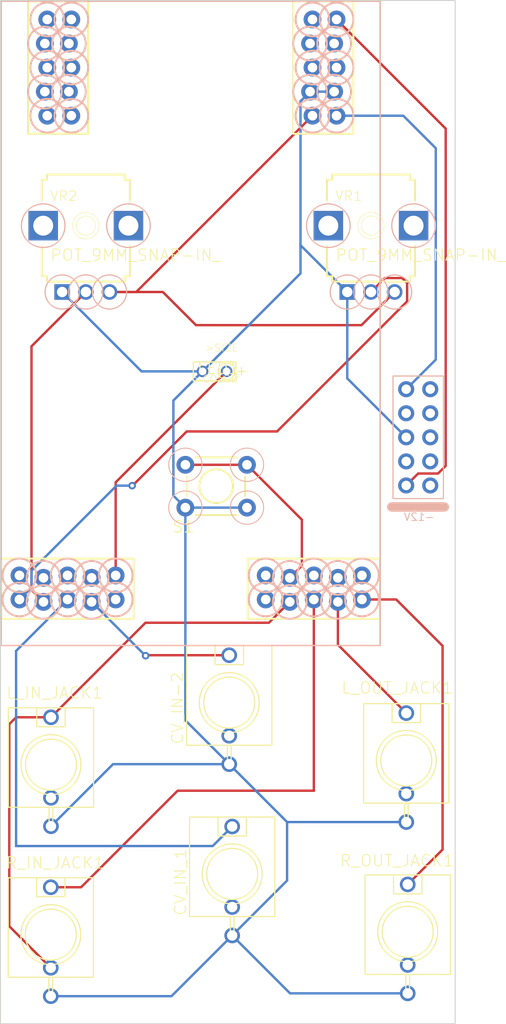
<source format=kicad_pcb>
(kicad_pcb (version 20221018) (generator pcbnew)
  (layers (0 "F.Cu" signal) (31 "B.Cu" signal) (34 "B.Paste" user) (35 "F.Paste" user) (36 "B.SilkS" user "B.Silkscreen") (37 "F.SilkS" user "F.Silkscreen") (38 "B.Mask" user) (39 "F.Mask" user) (44 "Edge.Cuts" user))
  (net 0 "")
  (net 1 "Net-(PATCH_SM1-AUDIO_IN_L)")
  (net 2 "Net-(PATCH_SM1-AUDIO_IN_R)")
  (net 3 "GND")
  (net 4 "Net-(PATCH_SM1-AUDIO_OUT_L)")
  (net 5 "Net-(PATCH_SM1-AUDIO_OUT_R)")
  (net 6 "Net-(PATCH_SM1-CV4)")
  (net 8 "Net-(PATCH_SM1-CV3)")
  (net 10 "Net-(PATCH_SM1-CV_OUT_1)")
  (net 22 "Net-(PATCH_SM1-CV1)")
  (net 24 "Net-(PATCH_SM1-CV2)")
  (net 30 "Net-(PATCH_SM1-I2C1_SCL)")
  (net 34 "-12V")
  (net 40 "+12V")
  (net 41 "Net-(PATCH_SM1-+5V)")
  (footprint "ES_Daisy_Patch_SM_FB_Rev1:LED" (layer "F.Cu") (at 22.6 39.15 180)
    (fp_text reference "LED1" (at 1.905 -0.381) (layer "F.SilkS") (effects (font (size 1.2065 1.2065) (thickness 0.12065)) (justify left bottom)))
    (fp_text value "LED")
    (fp_text user ">SIZE" (at -2.54 2.032) (layer "F.SilkS") (effects (font (size 0.77216 0.77216) (thickness 0.065024)) (justify right bottom)))
    (fp_text user ">COLOR" (at -2.54 -1.27) (layer "F.SilkS") (effects (font (size 0.77216 0.77216) (thickness 0.065024)) (justify right bottom)))
    (fp_line (start -3.210562 -0.00254) (end -2.473962 -0.00254) (stroke (width 0.127)) (layer "F.SilkS"))
    (fp_line (start -2.854962 0.403859) (end -2.854962 -0.38354) (stroke (width 0.127)) (layer "F.SilkS"))
    (fp_line (start -2.25 -1) (end 2.25 -1) (stroke (width 0.127)) (layer "F.SilkS"))
    (fp_line (start -2.25 1) (end -2.25 -1) (stroke (width 0.127)) (layer "F.SilkS"))
    (fp_line (start 2.25 -1) (end 2.25 1) (stroke (width 0.127)) (layer "F.SilkS"))
    (fp_line (start 2.25 1) (end -2.25 1) (stroke (width 0.127)) (layer "F.SilkS"))
    (fp_circle (center -1.27 0) (end -0.371975 0) (stroke (width 0.127)) (fill none) (layer "F.SilkS"))
    (pad "A" thru_hole circle (at -1.27 0 180) (size 1.2192 1.2192) (drill 0.8128) (layers "*.Cu" "*.Mask") (net 10 "Net-(PATCH_SM1-CV_OUT_1)"))
    (pad "K" thru_hole circle (at 1.27 0 180) (size 1.2192 1.2192) (drill 0.8128) (layers "*.Cu" "*.Mask") (net 3 "GND"))
  )
  (footprint "ES_Daisy_Patch_SM_FB_Rev1:S_JACK" (layer "F.Cu") (at 24.15 74.11)
    (fp_text reference "CV_IN-2" (at -4.7498 4.4704 90) (layer "F.SilkS") (effects (font (size 1.2065 1.2065) (thickness 0.09652)) (justify left bottom)))
    (fp_text value "EURO_JACK" hide)
    (fp_line (start -4.5 -6) (end -4.5 4.5) (stroke (width 0.127)) (layer "F.SilkS"))
    (fp_line (start -4.5 -6) (end -1.5 -6) (stroke (width 0.127)) (layer "F.SilkS"))
    (fp_line (start -4.5 4.5) (end 0.2 4.5) (stroke (width 0.127)) (layer "F.SilkS"))
    (fp_line (start -1.5 -6) (end -1.5 -4) (stroke (width 0.127)) (layer "F.SilkS"))
    (fp_line (start -1.5 -6) (end 1.5 -6) (stroke (width 0.127)) (layer "F.SilkS"))
    (fp_line (start -1.5 -4) (end 1.5 -4) (stroke (width 0.127)) (layer "F.SilkS"))
    (fp_line (start -0.2 4.6) (end -0.2 6.7) (stroke (width 0.127)) (layer "F.SilkS"))
    (fp_line (start -0.2 6.7) (end 0.2 6.7) (stroke (width 0.127)) (layer "F.SilkS"))
    (fp_line (start 0.2 4.5) (end 4.5 4.5) (stroke (width 0.127)) (layer "F.SilkS"))
    (fp_line (start 0.2 6.7) (end 0.2 4.5) (stroke (width 0.127)) (layer "F.SilkS"))
    (fp_line (start 1.5 -6) (end 4.5 -6) (stroke (width 0.127)) (layer "F.SilkS"))
    (fp_line (start 1.5 -4) (end 1.5 -6) (stroke (width 0.127)) (layer "F.SilkS"))
    (fp_line (start 4.5 4.5) (end 4.5 -6) (stroke (width 0.127)) (layer "F.SilkS"))
    (fp_circle (center 0 0) (end 2.690721 0) (stroke (width 0.127)) (fill none) (layer "F.SilkS"))
    (fp_circle (center 0 0) (end 3.162275 0) (stroke (width 0.127)) (fill none) (layer "F.SilkS"))
    (pad "GND" thru_hole circle (at 0 6.5) (size 1.65 1.65) (drill 1.1) (layers "*.Cu" "*.Mask") (net 3 "GND"))
    (pad "NORM" thru_hole circle (at 0 3.5) (size 1.65 1.65) (drill 1.1) (layers "*.Cu" "*.Mask"))
    (pad "TIP" thru_hole circle (at 0 -5) (size 1.65 1.65) (drill 1.1) (layers "*.Cu" "*.Mask") (net 6 "Net-(PATCH_SM1-CV4)"))
  )
  (footprint "ES_Daisy_Patch_SM_FB_Rev1:S_JACK" (layer "F.Cu") (at 42.84 80.21925)
    (fp_text reference "L_OUT_JACK1" (at -6.91 -6.94925 180) (layer "F.SilkS") (effects (font (size 1.2065 1.2065) (thickness 0.09652)) (justify left bottom)))
    (fp_text value "EURO_JACK" hide)
    (fp_line (start -4.5 -6) (end -4.5 4.5) (stroke (width 0.127)) (layer "F.SilkS"))
    (fp_line (start -4.5 -6) (end -1.5 -6) (stroke (width 0.127)) (layer "F.SilkS"))
    (fp_line (start -4.5 4.5) (end 0.2 4.5) (stroke (width 0.127)) (layer "F.SilkS"))
    (fp_line (start -1.5 -6) (end -1.5 -4) (stroke (width 0.127)) (layer "F.SilkS"))
    (fp_line (start -1.5 -6) (end 1.5 -6) (stroke (width 0.127)) (layer "F.SilkS"))
    (fp_line (start -1.5 -4) (end 1.5 -4) (stroke (width 0.127)) (layer "F.SilkS"))
    (fp_line (start -0.2 4.6) (end -0.2 6.7) (stroke (width 0.127)) (layer "F.SilkS"))
    (fp_line (start -0.2 6.7) (end 0.2 6.7) (stroke (width 0.127)) (layer "F.SilkS"))
    (fp_line (start 0.2 4.5) (end 4.5 4.5) (stroke (width 0.127)) (layer "F.SilkS"))
    (fp_line (start 0.2 6.7) (end 0.2 4.5) (stroke (width 0.127)) (layer "F.SilkS"))
    (fp_line (start 1.5 -6) (end 4.5 -6) (stroke (width 0.127)) (layer "F.SilkS"))
    (fp_line (start 1.5 -4) (end 1.5 -6) (stroke (width 0.127)) (layer "F.SilkS"))
    (fp_line (start 4.5 4.5) (end 4.5 -6) (stroke (width 0.127)) (layer "F.SilkS"))
    (fp_circle (center 0 0) (end 2.690721 0) (stroke (width 0.127)) (fill none) (layer "F.SilkS"))
    (fp_circle (center 0 0) (end 3.162275 0) (stroke (width 0.127)) (fill none) (layer "F.SilkS"))
    (pad "GND" thru_hole circle (at 0 6.5) (size 1.65 1.65) (drill 1.1) (layers "*.Cu" "*.Mask") (net 3 "GND"))
    (pad "NORM" thru_hole circle (at 0 3.5) (size 1.65 1.65) (drill 1.1) (layers "*.Cu" "*.Mask"))
    (pad "TIP" thru_hole circle (at 0 -5) (size 1.65 1.65) (drill 1.1) (layers "*.Cu" "*.Mask") (net 4 "Net-(PATCH_SM1-AUDIO_OUT_L)"))
  )
  (footprint "ES_Daisy_Patch_SM_FB_Rev1:S_JACK" (layer "F.Cu") (at 5.33 80.65925)
    (fp_text reference "L_IN_JACK1" (at -4.77 -6.86925 180) (layer "F.SilkS") (effects (font (size 1.2065 1.2065) (thickness 0.09652)) (justify left bottom)))
    (fp_text value "EURO_JACK" hide)
    (fp_line (start -4.5 -6) (end -4.5 4.5) (stroke (width 0.127)) (layer "F.SilkS"))
    (fp_line (start -4.5 -6) (end -1.5 -6) (stroke (width 0.127)) (layer "F.SilkS"))
    (fp_line (start -4.5 4.5) (end 0.2 4.5) (stroke (width 0.127)) (layer "F.SilkS"))
    (fp_line (start -1.5 -6) (end -1.5 -4) (stroke (width 0.127)) (layer "F.SilkS"))
    (fp_line (start -1.5 -6) (end 1.5 -6) (stroke (width 0.127)) (layer "F.SilkS"))
    (fp_line (start -1.5 -4) (end 1.5 -4) (stroke (width 0.127)) (layer "F.SilkS"))
    (fp_line (start -0.2 4.6) (end -0.2 6.7) (stroke (width 0.127)) (layer "F.SilkS"))
    (fp_line (start -0.2 6.7) (end 0.2 6.7) (stroke (width 0.127)) (layer "F.SilkS"))
    (fp_line (start 0.2 4.5) (end 4.5 4.5) (stroke (width 0.127)) (layer "F.SilkS"))
    (fp_line (start 0.2 6.7) (end 0.2 4.5) (stroke (width 0.127)) (layer "F.SilkS"))
    (fp_line (start 1.5 -6) (end 4.5 -6) (stroke (width 0.127)) (layer "F.SilkS"))
    (fp_line (start 1.5 -4) (end 1.5 -6) (stroke (width 0.127)) (layer "F.SilkS"))
    (fp_line (start 4.5 4.5) (end 4.5 -6) (stroke (width 0.127)) (layer "F.SilkS"))
    (fp_circle (center 0 0) (end 2.690721 0) (stroke (width 0.127)) (fill none) (layer "F.SilkS"))
    (fp_circle (center 0 0) (end 3.162275 0) (stroke (width 0.127)) (fill none) (layer "F.SilkS"))
    (pad "GND" thru_hole circle (at 0 6.5) (size 1.65 1.65) (drill 1.1) (layers "*.Cu" "*.Mask") (net 3 "GND"))
    (pad "NORM" thru_hole circle (at 0 3.5) (size 1.65 1.65) (drill 1.1) (layers "*.Cu" "*.Mask"))
    (pad "TIP" thru_hole circle (at 0 -5) (size 1.65 1.65) (drill 1.1) (layers "*.Cu" "*.Mask") (net 1 "Net-(PATCH_SM1-AUDIO_IN_L)"))
  )
  (footprint "ES_Daisy_Patch_SM_FB_Rev1:S_JACK" (layer "F.Cu") (at 42.99 98.29925)
    (fp_text reference "R_OUT_JACK1" (at -7.21 -6.79925 180) (layer "F.SilkS") (effects (font (size 1.2065 1.2065) (thickness 0.09652)) (justify left bottom)))
    (fp_text value "EURO_JACK" hide)
    (fp_line (start -4.5 -6) (end -4.5 4.5) (stroke (width 0.127)) (layer "F.SilkS"))
    (fp_line (start -4.5 -6) (end -1.5 -6) (stroke (width 0.127)) (layer "F.SilkS"))
    (fp_line (start -4.5 4.5) (end 0.2 4.5) (stroke (width 0.127)) (layer "F.SilkS"))
    (fp_line (start -1.5 -6) (end -1.5 -4) (stroke (width 0.127)) (layer "F.SilkS"))
    (fp_line (start -1.5 -6) (end 1.5 -6) (stroke (width 0.127)) (layer "F.SilkS"))
    (fp_line (start -1.5 -4) (end 1.5 -4) (stroke (width 0.127)) (layer "F.SilkS"))
    (fp_line (start -0.2 4.6) (end -0.2 6.7) (stroke (width 0.127)) (layer "F.SilkS"))
    (fp_line (start -0.2 6.7) (end 0.2 6.7) (stroke (width 0.127)) (layer "F.SilkS"))
    (fp_line (start 0.2 4.5) (end 4.5 4.5) (stroke (width 0.127)) (layer "F.SilkS"))
    (fp_line (start 0.2 6.7) (end 0.2 4.5) (stroke (width 0.127)) (layer "F.SilkS"))
    (fp_line (start 1.5 -6) (end 4.5 -6) (stroke (width 0.127)) (layer "F.SilkS"))
    (fp_line (start 1.5 -4) (end 1.5 -6) (stroke (width 0.127)) (layer "F.SilkS"))
    (fp_line (start 4.5 4.5) (end 4.5 -6) (stroke (width 0.127)) (layer "F.SilkS"))
    (fp_circle (center 0 0) (end 2.690721 0) (stroke (width 0.127)) (fill none) (layer "F.SilkS"))
    (fp_circle (center 0 0) (end 3.162275 0) (stroke (width 0.127)) (fill none) (layer "F.SilkS"))
    (pad "GND" thru_hole circle (at 0 6.5) (size 1.65 1.65) (drill 1.1) (layers "*.Cu" "*.Mask") (net 3 "GND"))
    (pad "NORM" thru_hole circle (at 0 3.5) (size 1.65 1.65) (drill 1.1) (layers "*.Cu" "*.Mask"))
    (pad "TIP" thru_hole circle (at 0 -5) (size 1.65 1.65) (drill 1.1) (layers "*.Cu" "*.Mask") (net 5 "Net-(PATCH_SM1-AUDIO_OUT_R)"))
  )
  (footprint "ES_Daisy_Patch_SM_FB_Rev1:9MM_SNAP-IN_POT_SILK" (layer "F.Cu") (at 39.11 23.77)
    (fp_text reference "VR1" (at -3.81 -2.54) (layer "F.SilkS") (effects (font (size 1.01346 1.01346) (thickness 0.081076)) (justify left bottom)))
    (fp_text value "POT_9MM_SNAP-IN_" (at -3.81 3.81) (layer "F.SilkS") (effects (font (size 1.2065 1.2065) (thickness 0.09652)) (justify left bottom)))
    (fp_circle (center -4.5 0) (end -2.2 0) (stroke (width 0.127)) (fill none) (layer "B.SilkS"))
    (fp_circle (center -2.5 7) (end -0.7 7) (stroke (width 0.127)) (fill none) (layer "B.SilkS"))
    (fp_circle (center 0 7) (end 1.8 7) (stroke (width 0.127)) (fill none) (layer "B.SilkS"))
    (fp_circle (center 2.5 7) (end 4.3 7) (stroke (width 0.127)) (fill none) (layer "B.SilkS"))
    (fp_circle (center 4.5 0) (end 6.8 0) (stroke (width 0.127)) (fill none) (layer "B.SilkS"))
    (fp_line (start -4.65 -2.65) (end -4.65 -4.85) (stroke (width 0.2032)) (layer "F.SilkS"))
    (fp_line (start -4.65 5.35) (end -4.65 2.15) (stroke (width 0.2032)) (layer "F.SilkS"))
    (fp_line (start -4.65 5.35) (end -4.1 5.35) (stroke (width 0.2032)) (layer "F.SilkS"))
    (fp_line (start -4.1 -5.4) (end -4.1 -4.85) (stroke (width 0.2032)) (layer "F.SilkS"))
    (fp_line (start -4.1 -5.4) (end 4.1 -5.4) (stroke (width 0.2032)) (layer "F.SilkS"))
    (fp_line (start -4.1 -4.85) (end -4.65 -4.85) (stroke (width 0.2032)) (layer "F.SilkS"))
    (fp_line (start -4.1 5.35) (end -4.1 5.9) (stroke (width 0.2032)) (layer "F.SilkS"))
    (fp_line (start 4.1 -4.85) (end 4.1 -5.4) (stroke (width 0.2032)) (layer "F.SilkS"))
    (fp_line (start 4.1 5.35) (end 4.65 5.35) (stroke (width 0.2032)) (layer "F.SilkS"))
    (fp_line (start 4.1 5.9) (end -4.1 5.9) (stroke (width 0.2032)) (layer "F.SilkS"))
    (fp_line (start 4.1 5.9) (end 4.1 5.35) (stroke (width 0.2032)) (layer "F.SilkS"))
    (fp_line (start 4.65 -4.85) (end 4.1 -4.85) (stroke (width 0.2032)) (layer "F.SilkS"))
    (fp_line (start 4.65 -4.85) (end 4.65 -2.65) (stroke (width 0.2032)) (layer "F.SilkS"))
    (fp_line (start 4.65 2.15) (end 4.65 5.35) (stroke (width 0.2032)) (layer "F.SilkS"))
    (fp_circle (center 0 0) (end 1.016 0) (stroke (width 0.0508)) (fill none) (layer "F.SilkS"))
    (fp_circle (center 0 0) (end 1.397 0) (stroke (width 0.0508)) (fill none) (layer "F.SilkS"))
    (pad "1" thru_hole rect (at -2.5 7 270) (size 1.65 1.65) (drill 1.1) (layers "*.Cu" "*.Mask") (net 3 "GND"))
    (pad "2" thru_hole circle (at 0 7 270) (size 1.65 1.65) (drill 1.1) (layers "*.Cu" "*.Mask") (net 22 "Net-(PATCH_SM1-CV1)"))
    (pad "3" thru_hole circle (at 2.5 7 270) (size 1.65 1.65) (drill 1.1) (layers "*.Cu" "*.Mask") (net 41 "Net-(PATCH_SM1-+5V)"))
    (pad "CHASSIS1" thru_hole rect (at -4.5 0 270) (size 3.116 3.116) (drill 2.1) (layers "*.Cu" "*.Mask"))
    (pad "CHASSIS2" thru_hole rect (at 4.5 0 270) (size 3.116 3.116) (drill 2.1) (layers "*.Cu" "*.Mask"))
  )
  (footprint "ES_Daisy_Patch_SM_FB_Rev1:TL1105SPF250Q_SILK" (layer "F.Cu") (at 22.77 51.27)
    (fp_text reference "S1" (at -2.24 4.99) (layer "F.SilkS") (effects (font (size 1.2065 1.2065) (thickness 0.12065)) (justify right bottom)))
    (fp_text value "TAC_SWITCH_PTH" hide)
    (fp_circle (center -3.2512 -2.2606) (end -1.4932 -2.2606) (stroke (width 0.1016)) (fill none) (layer "B.SilkS"))
    (fp_circle (center -3.2512 2.2606) (end -1.4932 2.2606) (stroke (width 0.1016)) (fill none) (layer "B.SilkS"))
    (fp_circle (center 3.2512 -2.2606) (end 5.0092 -2.2606) (stroke (width 0.1016)) (fill none) (layer "B.SilkS"))
    (fp_circle (center 3.2512 2.2606) (end 5.0092 2.2606) (stroke (width 0.1016)) (fill none) (layer "B.SilkS"))
    (fp_line (start -3.048 -1.028) (end -3.048 1.016) (stroke (width 0.2032)) (layer "F.SilkS"))
    (fp_line (start -2.159 3.048) (end 2.159 3.048) (stroke (width 0.2032)) (layer "F.SilkS"))
    (fp_line (start 2.159 -3.048) (end -2.159 -3.048) (stroke (width 0.2032)) (layer "F.SilkS"))
    (fp_line (start 3.048 -0.998) (end 3.048 1.016) (stroke (width 0.2032)) (layer "F.SilkS"))
    (fp_circle (center 0 0) (end 1.778 0) (stroke (width 0.2032)) (fill none) (layer "F.SilkS"))
    (pad "1" thru_hole circle (at -3.2512 -2.2606) (size 1.8796 1.8796) (drill 1.016) (layers "*.Cu" "*.Mask") (net 30 "Net-(PATCH_SM1-I2C1_SCL)"))
    (pad "2" thru_hole circle (at 3.2512 -2.2606) (size 1.8796 1.8796) (drill 1.016) (layers "*.Cu" "*.Mask") (net 30 "Net-(PATCH_SM1-I2C1_SCL)"))
    (pad "3" thru_hole circle (at -3.2512 2.2606) (size 1.8796 1.8796) (drill 1.016) (layers "*.Cu" "*.Mask") (net 3 "GND"))
    (pad "4" thru_hole circle (at 3.2512 2.2606) (size 1.8796 1.8796) (drill 1.016) (layers "*.Cu" "*.Mask") (net 3 "GND"))
  )
  (footprint "ES_Daisy_Patch_SM_FB_Rev1:S_JACK" (layer "F.Cu") (at 5.31 98.59925)
    (fp_text reference "R_IN_JACK1" (at -4.8 -6.86925 180) (layer "F.SilkS") (effects (font (size 1.2065 1.2065) (thickness 0.09652)) (justify left bottom)))
    (fp_text value "EURO_JACK" hide)
    (fp_line (start -4.5 -6) (end -4.5 4.5) (stroke (width 0.127)) (layer "F.SilkS"))
    (fp_line (start -4.5 -6) (end -1.5 -6) (stroke (width 0.127)) (layer "F.SilkS"))
    (fp_line (start -4.5 4.5) (end 0.2 4.5) (stroke (width 0.127)) (layer "F.SilkS"))
    (fp_line (start -1.5 -6) (end -1.5 -4) (stroke (width 0.127)) (layer "F.SilkS"))
    (fp_line (start -1.5 -6) (end 1.5 -6) (stroke (width 0.127)) (layer "F.SilkS"))
    (fp_line (start -1.5 -4) (end 1.5 -4) (stroke (width 0.127)) (layer "F.SilkS"))
    (fp_line (start -0.2 4.6) (end -0.2 6.7) (stroke (width 0.127)) (layer "F.SilkS"))
    (fp_line (start -0.2 6.7) (end 0.2 6.7) (stroke (width 0.127)) (layer "F.SilkS"))
    (fp_line (start 0.2 4.5) (end 4.5 4.5) (stroke (width 0.127)) (layer "F.SilkS"))
    (fp_line (start 0.2 6.7) (end 0.2 4.5) (stroke (width 0.127)) (layer "F.SilkS"))
    (fp_line (start 1.5 -6) (end 4.5 -6) (stroke (width 0.127)) (layer "F.SilkS"))
    (fp_line (start 1.5 -4) (end 1.5 -6) (stroke (width 0.127)) (layer "F.SilkS"))
    (fp_line (start 4.5 4.5) (end 4.5 -6) (stroke (width 0.127)) (layer "F.SilkS"))
    (fp_circle (center 0 0) (end 2.690721 0) (stroke (width 0.127)) (fill none) (layer "F.SilkS"))
    (fp_circle (center 0 0) (end 3.162275 0) (stroke (width 0.127)) (fill none) (layer "F.SilkS"))
    (pad "GND" thru_hole circle (at 0 6.5) (size 1.65 1.65) (drill 1.1) (layers "*.Cu" "*.Mask") (net 3 "GND"))
    (pad "NORM" thru_hole circle (at 0 3.5) (size 1.65 1.65) (drill 1.1) (layers "*.Cu" "*.Mask") (net 1 "Net-(PATCH_SM1-AUDIO_IN_L)"))
    (pad "TIP" thru_hole circle (at 0 -5) (size 1.65 1.65) (drill 1.1) (layers "*.Cu" "*.Mask") (net 2 "Net-(PATCH_SM1-AUDIO_IN_R)"))
  )
  (footprint "ES_Daisy_Patch_SM_FB_Rev1:9MM_SNAP-IN_POT_SILK" (layer "F.Cu") (at 9.01 23.77)
    (fp_text reference "VR2" (at -3.81 -2.54) (layer "F.SilkS") (effects (font (size 1.01346 1.01346) (thickness 0.081076)) (justify left bottom)))
    (fp_text value "POT_9MM_SNAP-IN_" (at -3.81 3.81) (layer "F.SilkS") (effects (font (size 1.2065 1.2065) (thickness 0.09652)) (justify left bottom)))
    (fp_circle (center -4.5 0) (end -2.2 0) (stroke (width 0.127)) (fill none) (layer "B.SilkS"))
    (fp_circle (center -2.5 7) (end -0.7 7) (stroke (width 0.127)) (fill none) (layer "B.SilkS"))
    (fp_circle (center 0 7) (end 1.8 7) (stroke (width 0.127)) (fill none) (layer "B.SilkS"))
    (fp_circle (center 2.5 7) (end 4.3 7) (stroke (width 0.127)) (fill none) (layer "B.SilkS"))
    (fp_circle (center 4.5 0) (end 6.8 0) (stroke (width 0.127)) (fill none) (layer "B.SilkS"))
    (fp_line (start -4.65 -2.65) (end -4.65 -4.85) (stroke (width 0.2032)) (layer "F.SilkS"))
    (fp_line (start -4.65 5.35) (end -4.65 2.15) (stroke (width 0.2032)) (layer "F.SilkS"))
    (fp_line (start -4.65 5.35) (end -4.1 5.35) (stroke (width 0.2032)) (layer "F.SilkS"))
    (fp_line (start -4.1 -5.4) (end -4.1 -4.85) (stroke (width 0.2032)) (layer "F.SilkS"))
    (fp_line (start -4.1 -5.4) (end 4.1 -5.4) (stroke (width 0.2032)) (layer "F.SilkS"))
    (fp_line (start -4.1 -4.85) (end -4.65 -4.85) (stroke (width 0.2032)) (layer "F.SilkS"))
    (fp_line (start -4.1 5.35) (end -4.1 5.9) (stroke (width 0.2032)) (layer "F.SilkS"))
    (fp_line (start 4.1 -4.85) (end 4.1 -5.4) (stroke (width 0.2032)) (layer "F.SilkS"))
    (fp_line (start 4.1 5.35) (end 4.65 5.35) (stroke (width 0.2032)) (layer "F.SilkS"))
    (fp_line (start 4.1 5.9) (end -4.1 5.9) (stroke (width 0.2032)) (layer "F.SilkS"))
    (fp_line (start 4.1 5.9) (end 4.1 5.35) (stroke (width 0.2032)) (layer "F.SilkS"))
    (fp_line (start 4.65 -4.85) (end 4.1 -4.85) (stroke (width 0.2032)) (layer "F.SilkS"))
    (fp_line (start 4.65 -4.85) (end 4.65 -2.65) (stroke (width 0.2032)) (layer "F.SilkS"))
    (fp_line (start 4.65 2.15) (end 4.65 5.35) (stroke (width 0.2032)) (layer "F.SilkS"))
    (fp_circle (center 0 0) (end 1.016 0) (stroke (width 0.0508)) (fill none) (layer "F.SilkS"))
    (fp_circle (center 0 0) (end 1.397 0) (stroke (width 0.0508)) (fill none) (layer "F.SilkS"))
    (pad "1" thru_hole rect (at -2.5 7 270) (size 1.65 1.65) (drill 1.1) (layers "*.Cu" "*.Mask") (net 3 "GND"))
    (pad "2" thru_hole circle (at 0 7 270) (size 1.65 1.65) (drill 1.1) (layers "*.Cu" "*.Mask") (net 24 "Net-(PATCH_SM1-CV2)"))
    (pad "3" thru_hole circle (at 2.5 7 270) (size 1.65 1.65) (drill 1.1) (layers "*.Cu" "*.Mask") (net 41 "Net-(PATCH_SM1-+5V)"))
    (pad "CHASSIS1" thru_hole rect (at -4.5 0 270) (size 3.116 3.116) (drill 2.1) (layers "*.Cu" "*.Mask"))
    (pad "CHASSIS2" thru_hole rect (at 4.5 0 270) (size 3.116 3.116) (drill 2.1) (layers "*.Cu" "*.Mask"))
  )
  (footprint "ES_Daisy_Patch_SM_FB_Rev1:S_JACK" (layer "F.Cu") (at 24.46 92.19)
    (fp_text reference "CV_IN_1" (at -4.7498 4.4704 90) (layer "F.SilkS") (effects (font (size 1.2065 1.2065) (thickness 0.09652)) (justify left bottom)))
    (fp_text value "EURO_JACK" hide)
    (fp_line (start -4.5 -6) (end -4.5 4.5) (stroke (width 0.127)) (layer "F.SilkS"))
    (fp_line (start -4.5 -6) (end -1.5 -6) (stroke (width 0.127)) (layer "F.SilkS"))
    (fp_line (start -4.5 4.5) (end 0.2 4.5) (stroke (width 0.127)) (layer "F.SilkS"))
    (fp_line (start -1.5 -6) (end -1.5 -4) (stroke (width 0.127)) (layer "F.SilkS"))
    (fp_line (start -1.5 -6) (end 1.5 -6) (stroke (width 0.127)) (layer "F.SilkS"))
    (fp_line (start -1.5 -4) (end 1.5 -4) (stroke (width 0.127)) (layer "F.SilkS"))
    (fp_line (start -0.2 4.6) (end -0.2 6.7) (stroke (width 0.127)) (layer "F.SilkS"))
    (fp_line (start -0.2 6.7) (end 0.2 6.7) (stroke (width 0.127)) (layer "F.SilkS"))
    (fp_line (start 0.2 4.5) (end 4.5 4.5) (stroke (width 0.127)) (layer "F.SilkS"))
    (fp_line (start 0.2 6.7) (end 0.2 4.5) (stroke (width 0.127)) (layer "F.SilkS"))
    (fp_line (start 1.5 -6) (end 4.5 -6) (stroke (width 0.127)) (layer "F.SilkS"))
    (fp_line (start 1.5 -4) (end 1.5 -6) (stroke (width 0.127)) (layer "F.SilkS"))
    (fp_line (start 4.5 4.5) (end 4.5 -6) (stroke (width 0.127)) (layer "F.SilkS"))
    (fp_circle (center 0 0) (end 2.690721 0) (stroke (width 0.127)) (fill none) (layer "F.SilkS"))
    (fp_circle (center 0 0) (end 3.162275 0) (stroke (width 0.127)) (fill none) (layer "F.SilkS"))
    (pad "GND" thru_hole circle (at 0 6.5) (size 1.65 1.65) (drill 1.1) (layers "*.Cu" "*.Mask") (net 3 "GND"))
    (pad "NORM" thru_hole circle (at 0 3.5) (size 1.65 1.65) (drill 1.1) (layers "*.Cu" "*.Mask"))
    (pad "TIP" thru_hole circle (at 0 -5) (size 1.65 1.65) (drill 1.1) (layers "*.Cu" "*.Mask") (net 8 "Net-(PATCH_SM1-CV3)"))
  )
  (footprint "PCM_4ms_Connector:Pins_2x05_2.54mm_TH_Europower" (layer "B.Cu") (at 44.1 46.11 180)
    (fp_text reference "PWR1" hide)
    (fp_text value "Eurorack_Power_10pin_Unshrouded" hide)
    (fp_text user "-12V" (at -0.09 -8.41) (layer "B.SilkS") (effects (font (size 0.8 0.8) (thickness 0.1)) (justify mirror)))
    (fp_line (start -2.75 -7.35) (end 2.79 -7.35) (stroke (width 1)) (layer "B.SilkS"))
    (fp_line (start -2.66 -6.47) (end 2.66 -6.47) (stroke (width 0.12)) (layer "B.SilkS"))
    (fp_line (start -2.66 6.47) (end -2.66 -6.47) (stroke (width 0.12)) (layer "B.SilkS"))
    (fp_line (start 2.66 -6.47) (end 2.66 6.47) (stroke (width 0.12)) (layer "B.SilkS"))
    (fp_line (start 2.66 6.47) (end -2.66 6.47) (stroke (width 0.12)) (layer "B.SilkS"))
    (pad "1" thru_hole oval (at -1.27 5.08 180) (size 1.7 1.7) (drill 1) (layers "*.Cu" "*.Mask") (net 40 "+12V"))
    (pad "2" thru_hole oval (at 1.27 5.08 180) (size 1.7 1.7) (drill 1) (layers "*.Cu" "*.Mask"))
    (pad "3" thru_hole oval (at -1.27 2.54 180) (size 1.7 1.7) (drill 1) (layers "*.Cu" "*.Mask"))
    (pad "4" thru_hole oval (at 1.27 2.54 180) (size 1.7 1.7) (drill 1) (layers "*.Cu" "*.Mask"))
    (pad "5" thru_hole oval (at -1.27 0 180) (size 1.7 1.7) (drill 1) (layers "*.Cu" "*.Mask") (net 3 "GND"))
    (pad "6" thru_hole oval (at 1.27 0 180) (size 1.7 1.7) (drill 1) (layers "*.Cu" "*.Mask"))
    (pad "7" thru_hole oval (at -1.27 -2.54 180) (size 1.7 1.7) (drill 1) (layers "*.Cu" "*.Mask"))
    (pad "8" thru_hole oval (at 1.27 -2.54 180) (size 1.7 1.7) (drill 1) (layers "*.Cu" "*.Mask"))
    (pad "9" thru_hole oval (at -1.27 -5.08 180) (size 1.7 1.7) (drill 1) (layers "*.Cu" "*.Mask") (net 34 "-12V"))
    (pad "10" thru_hole oval (at 1.27 -5.08 180) (size 1.7 1.7) (drill 1) (layers "*.Cu" "*.Mask"))
  )
  (footprint "ES_Daisy_Patch_SM_FB_Rev1:ES_DAISY_PATCH_SM_REV1" (layer "B.Cu") (at 20.08 34.083 -90)
    (fp_text reference "PATCH_SM1" hide)
    (fp_text value "ES_DAISY_PATCH_SM_REV1" hide)
    (fp_line (start -34 -20) (end -34 20) (stroke (width 0.1524)) (layer "B.SilkS"))
    (fp_line (start -34 -20) (end 34 -20) (stroke (width 0.1524)) (layer "B.SilkS"))
    (fp_line (start -34 20) (end 34 20) (stroke (width 0.1524)) (layer "B.SilkS"))
    (fp_line (start 34 -20) (end 34 20) (stroke (width 0.1524)) (layer "B.SilkS"))
    (fp_circle (center -32.08 -15.397) (end -30.302 -15.397) (stroke (width 0.2032)) (fill none) (layer "B.SilkS"))
    (fp_circle (center -32.08 -12.857) (end -30.302 -12.857) (stroke (width 0.2032)) (fill none) (layer "B.SilkS"))
    (fp_circle (center -32.08 12.603) (end -30.302 12.603) (stroke (width 0.2032)) (fill none) (layer "B.SilkS"))
    (fp_circle (center -32.08 15.143) (end -30.302 15.143) (stroke (width 0.2032)) (fill none) (layer "B.SilkS"))
    (fp_circle (center -29.54 -15.143) (end -27.762 -15.143) (stroke (width 0.2032)) (fill none) (layer "B.SilkS"))
    (fp_circle (center -29.54 -12.603) (end -27.762 -12.603) (stroke (width 0.2032)) (fill none) (layer "B.SilkS"))
    (fp_circle (center -29.54 12.857) (end -27.762 12.857) (stroke (width 0.2032)) (fill none) (layer "B.SilkS"))
    (fp_circle (center -29.54 15.397) (end -27.762 15.397) (stroke (width 0.2032)) (fill none) (layer "B.SilkS"))
    (fp_circle (center -27 -15.397) (end -25.222 -15.397) (stroke (width 0.2032)) (fill none) (layer "B.SilkS"))
    (fp_circle (center -27 -12.857) (end -25.222 -12.857) (stroke (width 0.2032)) (fill none) (layer "B.SilkS"))
    (fp_circle (center -27 12.603) (end -25.222 12.603) (stroke (width 0.2032)) (fill none) (layer "B.SilkS"))
    (fp_circle (center -27 15.143) (end -25.222 15.143) (stroke (width 0.2032)) (fill none) (layer "B.SilkS"))
    (fp_circle (center -24.46 -15.143) (end -22.682 -15.143) (stroke (width 0.2032)) (fill none) (layer "B.SilkS"))
    (fp_circle (center -24.46 -12.603) (end -22.682 -12.603) (stroke (width 0.2032)) (fill none) (layer "B.SilkS"))
    (fp_circle (center -24.46 12.857) (end -22.682 12.857) (stroke (width 0.2032)) (fill none) (layer "B.SilkS"))
    (fp_circle (center -24.46 15.397) (end -22.682 15.397) (stroke (width 0.2032)) (fill none) (layer "B.SilkS"))
    (fp_circle (center -21.92 -15.397) (end -20.142 -15.397) (stroke (width 0.2032)) (fill none) (layer "B.SilkS"))
    (fp_circle (center -21.92 -12.857) (end -20.142 -12.857) (stroke (width 0.2032)) (fill none) (layer "B.SilkS"))
    (fp_circle (center -21.92 12.603) (end -20.142 12.603) (stroke (width 0.2032)) (fill none) (layer "B.SilkS"))
    (fp_circle (center -21.92 15.143) (end -20.142 15.143) (stroke (width 0.2032)) (fill none) (layer "B.SilkS"))
    (fp_circle (center 26.603 -18.08) (end 28.381 -18.08) (stroke (width 0.2032)) (fill none) (layer "B.SilkS"))
    (fp_circle (center 26.603 -13) (end 28.381 -13) (stroke (width 0.2032)) (fill none) (layer "B.SilkS"))
    (fp_circle (center 26.603 -7.92) (end 28.381 -7.92) (stroke (width 0.2032)) (fill none) (layer "B.SilkS"))
    (fp_circle (center 26.603 7.92) (end 28.381 7.92) (stroke (width 0.2032)) (fill none) (layer "B.SilkS"))
    (fp_circle (center 26.603 13) (end 28.381 13) (stroke (width 0.2032)) (fill none) (layer "B.SilkS"))
    (fp_circle (center 26.603 18.08) (end 28.381 18.08) (stroke (width 0.2032)) (fill none) (layer "B.SilkS"))
    (fp_circle (center 26.857 -15.54) (end 28.635 -15.54) (stroke (width 0.2032)) (fill none) (layer "B.SilkS"))
    (fp_circle (center 26.857 -10.46) (end 28.635 -10.46) (stroke (width 0.2032)) (fill none) (layer "B.SilkS"))
    (fp_circle (center 26.857 10.46) (end 28.635 10.46) (stroke (width 0.2032)) (fill none) (layer "B.SilkS"))
    (fp_circle (center 26.857 15.54) (end 28.635 15.54) (stroke (width 0.2032)) (fill none) (layer "B.SilkS"))
    (fp_circle (center 29.143 -18.08) (end 30.921 -18.08) (stroke (width 0.2032)) (fill none) (layer "B.SilkS"))
    (fp_circle (center 29.143 -13) (end 30.921 -13) (stroke (width 0.2032)) (fill none) (layer "B.SilkS"))
    (fp_circle (center 29.143 -7.92) (end 30.921 -7.92) (stroke (width 0.2032)) (fill none) (layer "B.SilkS"))
    (fp_circle (center 29.143 7.92) (end 30.921 7.92) (stroke (width 0.2032)) (fill none) (layer "B.SilkS"))
    (fp_circle (center 29.143 13) (end 30.921 13) (stroke (width 0.2032)) (fill none) (layer "B.SilkS"))
    (fp_circle (center 29.143 18.08) (end 30.921 18.08) (stroke (width 0.2032)) (fill none) (layer "B.SilkS"))
    (fp_circle (center 29.397 -15.54) (end 31.175 -15.54) (stroke (width 0.2032)) (fill none) (layer "B.SilkS"))
    (fp_circle (center 29.397 -10.46) (end 31.175 -10.46) (stroke (width 0.2032)) (fill none) (layer "B.SilkS"))
    (fp_circle (center 29.397 10.46) (end 31.175 10.46) (stroke (width 0.2032)) (fill none) (layer "B.SilkS"))
    (fp_circle (center 29.397 15.54) (end 31.175 15.54) (stroke (width 0.2032)) (fill none) (layer "B.SilkS"))
    (fp_line (start -33.985 -17.175) (end -33.985 -10.825) (stroke (width 0.2032)) (layer "F.SilkS"))
    (fp_line (start -33.985 -10.825) (end -20.015 -10.825) (stroke (width 0.2032)) (layer "F.SilkS"))
    (fp_line (start -33.985 10.825) (end -33.985 17.175) (stroke (width 0.2032)) (layer "F.SilkS"))
    (fp_line (start -33.985 17.175) (end -20.015 17.175) (stroke (width 0.2032)) (layer "F.SilkS"))
    (fp_line (start -20.015 -17.175) (end -33.985 -17.175) (stroke (width 0.2032)) (layer "F.SilkS"))
    (fp_line (start -20.015 -10.825) (end -20.015 -17.175) (stroke (width 0.2032)) (layer "F.SilkS"))
    (fp_line (start -20.015 10.825) (end -33.985 10.825) (stroke (width 0.2032)) (layer "F.SilkS"))
    (fp_line (start -20.015 17.175) (end -20.015 10.825) (stroke (width 0.2032)) (layer "F.SilkS"))
    (fp_line (start 24.825 -19.985) (end 24.825 -6.015) (stroke (width 0.2032)) (layer "F.SilkS"))
    (fp_line (start 24.825 -6.015) (end 31.175 -6.015) (stroke (width 0.2032)) (layer "F.SilkS"))
    (fp_line (start 24.825 6.015) (end 24.825 19.985) (stroke (width 0.2032)) (layer "F.SilkS"))
    (fp_line (start 24.825 19.985) (end 31.175 19.985) (stroke (width 0.2032)) (layer "F.SilkS"))
    (fp_line (start 31.175 -19.985) (end 24.825 -19.985) (stroke (width 0.2032)) (layer "F.SilkS"))
    (fp_line (start 31.175 -6.015) (end 31.175 -19.985) (stroke (width 0.2032)) (layer "F.SilkS"))
    (fp_line (start 31.175 6.015) (end 24.825 6.015) (stroke (width 0.2032)) (layer "F.SilkS"))
    (fp_line (start 31.175 19.985) (end 31.175 6.015) (stroke (width 0.2032)) (layer "F.SilkS"))
    (pad "A1" thru_hole circle (at -32.08 -15.397) (size 1.8796 1.8796) (drill 1.016) (layers "*.Cu" "*.Mask") (net 34 "-12V"))
    (pad "A2" thru_hole circle (at -29.54 -15.143) (size 1.8796 1.8796) (drill 1.016) (layers "*.Cu" "*.Mask"))
    (pad "A3" thru_hole circle (at -27 -15.397) (size 1.8796 1.8796) (drill 1.016) (layers "*.Cu" "*.Mask"))
    (pad "A4" thru_hole circle (at -24.46 -15.143) (size 1.8796 1.8796) (drill 1.016) (layers "*.Cu" "*.Mask") (net 3 "GND"))
    (pad "A5" thru_hole circle (at -21.92 -15.397) (size 1.8796 1.8796) (drill 1.016) (layers "*.Cu" "*.Mask") (net 40 "+12V"))
    (pad "A6" thru_hole circle (at -21.92 -12.857) (size 1.8796 1.8796) (drill 1.016) (layers "*.Cu" "*.Mask") (net 41 "Net-(PATCH_SM1-+5V)"))
    (pad "A7" thru_hole circle (at -24.46 -12.603) (size 1.8796 1.8796) (drill 1.016) (layers "*.Cu" "*.Mask") (net 3 "GND"))
    (pad "A8" thru_hole circle (at -27 -12.857) (size 1.8796 1.8796) (drill 1.016) (layers "*.Cu" "*.Mask"))
    (pad "A9" thru_hole circle (at -29.54 -12.603) (size 1.8796 1.8796) (drill 1.016) (layers "*.Cu" "*.Mask"))
    (pad "A10" thru_hole circle (at -32.08 -12.857) (size 1.8796 1.8796) (drill 1.016) (layers "*.Cu" "*.Mask"))
    (pad "B1" thru_hole circle (at 29.143 -18.08 90) (size 1.8796 1.8796) (drill 1.016) (layers "*.Cu" "*.Mask") (net 5 "Net-(PATCH_SM1-AUDIO_OUT_R)"))
    (pad "B2" thru_hole circle (at 29.397 -15.54 90) (size 1.8796 1.8796) (drill 1.016) (layers "*.Cu" "*.Mask") (net 4 "Net-(PATCH_SM1-AUDIO_OUT_L)"))
    (pad "B3" thru_hole circle (at 29.143 -13 90) (size 1.8796 1.8796) (drill 1.016) (layers "*.Cu" "*.Mask") (net 2 "Net-(PATCH_SM1-AUDIO_IN_R)"))
    (pad "B4" thru_hole circle (at 29.397 -10.46 90) (size 1.8796 1.8796) (drill 1.016) (layers "*.Cu" "*.Mask") (net 1 "Net-(PATCH_SM1-AUDIO_IN_L)"))
    (pad "B5" thru_hole circle (at 29.143 -7.92 90) (size 1.8796 1.8796) (drill 1.016) (layers "*.Cu" "*.Mask"))
    (pad "B6" thru_hole circle (at 26.603 -7.92 90) (size 1.8796 1.8796) (drill 1.016) (layers "*.Cu" "*.Mask"))
    (pad "B7" thru_hole circle (at 26.857 -10.46 90) (size 1.8796 1.8796) (drill 1.016) (layers "*.Cu" "*.Mask") (net 30 "Net-(PATCH_SM1-I2C1_SCL)"))
    (pad "B8" thru_hole circle (at 26.603 -13 90) (size 1.8796 1.8796) (drill 1.016) (layers "*.Cu" "*.Mask"))
    (pad "B9" thru_hole circle (at 26.857 -15.54 90) (size 1.8796 1.8796) (drill 1.016) (layers "*.Cu" "*.Mask"))
    (pad "B10" thru_hole circle (at 26.603 -18.08 90) (size 1.8796 1.8796) (drill 1.016) (layers "*.Cu" "*.Mask"))
    (pad "C1" thru_hole circle (at 29.143 7.92 90) (size 1.8796 1.8796) (drill 1.016) (layers "*.Cu" "*.Mask"))
    (pad "C2" thru_hole circle (at 29.397 10.46 90) (size 1.8796 1.8796) (drill 1.016) (layers "*.Cu" "*.Mask") (net 6 "Net-(PATCH_SM1-CV4)"))
    (pad "C3" thru_hole circle (at 29.143 13 90) (size 1.8796 1.8796) (drill 1.016) (layers "*.Cu" "*.Mask") (net 8 "Net-(PATCH_SM1-CV3)"))
    (pad "C4" thru_hole circle (at 29.397 15.54 90) (size 1.8796 1.8796) (drill 1.016) (layers "*.Cu" "*.Mask") (net 24 "Net-(PATCH_SM1-CV2)"))
    (pad "C5" thru_hole circle (at 29.143 18.08 90) (size 1.8796 1.8796) (drill 1.016) (layers "*.Cu" "*.Mask") (net 22 "Net-(PATCH_SM1-CV1)"))
    (pad "C6" thru_hole circle (at 26.603 18.08 90) (size 1.8796 1.8796) (drill 1.016) (layers "*.Cu" "*.Mask"))
    (pad "C7" thru_hole circle (at 26.857 15.54 90) (size 1.8796 1.8796) (drill 1.016) (layers "*.Cu" "*.Mask"))
    (pad "C8" thru_hole circle (at 26.603 13 90) (size 1.8796 1.8796) (drill 1.016) (layers "*.Cu" "*.Mask"))
    (pad "C9" thru_hole circle (at 26.857 10.46 90) (size 1.8796 1.8796) (drill 1.016) (layers "*.Cu" "*.Mask"))
    (pad "C10" thru_hole circle (at 26.603 7.92 90) (size 1.8796 1.8796) (drill 1.016) (layers "*.Cu" "*.Mask") (net 10 "Net-(PATCH_SM1-CV_OUT_1)"))
    (pad "D1" thru_hole circle (at -32.08 12.603) (size 1.8796 1.8796) (drill 1.016) (layers "*.Cu" "*.Mask"))
    (pad "D2" thru_hole circle (at -29.54 12.857) (size 1.8796 1.8796) (drill 1.016) (layers "*.Cu" "*.Mask"))
    (pad "D3" thru_hole circle (at -27 12.603) (size 1.8796 1.8796) (drill 1.016) (layers "*.Cu" "*.Mask"))
    (pad "D4" thru_hole circle (at -24.46 12.857) (size 1.8796 1.8796) (drill 1.016) (layers "*.Cu" "*.Mask"))
    (pad "D5" thru_hole circle (at -21.92 12.603) (size 1.8796 1.8796) (drill 1.016) (layers "*.Cu" "*.Mask"))
    (pad "D6" thru_hole circle (at -21.92 15.143) (size 1.8796 1.8796) (drill 1.016) (layers "*.Cu" "*.Mask"))
    (pad "D7" thru_hole circle (at -24.46 15.397) (size 1.8796 1.8796) (drill 1.016) (layers "*.Cu" "*.Mask"))
    (pad "D8" thru_hole circle (at -27 15.143) (size 1.8796 1.8796) (drill 1.016) (layers "*.Cu" "*.Mask"))
    (pad "D9" thru_hole circle (at -29.54 15.397) (size 1.8796 1.8796) (drill 1.016) (layers "*.Cu" "*.Mask"))
    (pad "D10" thru_hole circle (at -32.08 15.143) (size 1.8796 1.8796) (drill 1.016) (layers "*.Cu" "*.Mask"))
  )
  (gr_rect (start 0 0) (end 48 108) (stroke (width 0.1)) (fill none) (layer "Edge.Cuts"))
  (segment (start 30.54 63.48) (end 28.34 65.68) (width 0.25) (layer "F.Cu") (net 1))
  (segment (start 5.31 102.09925) (end 0.93 97.71925) (width 0.25) (layer "F.Cu") (net 1))
  (segment (start 15.30925 65.68) (end 5.33 75.65925) (width 0.25) (layer "F.Cu") (net 1))
  (segment (start 0.93 76.38) (end 1.65075 75.65925) (width 0.25) (layer "F.Cu") (net 1))
  (segment (start 1.65075 75.65925) (end 5.33 75.65925) (width 0.25) (layer "F.Cu") (net 1))
  (segment (start 0.93 97.71925) (end 0.93 76.38) (width 0.25) (layer "F.Cu") (net 1))
  (segment (start 28.34 65.68) (end 15.30925 65.68) (width 0.25) (layer "F.Cu") (net 1))
  (segment (start 8.51075 93.59925) (end 18.7 83.41) (width 0.25) (layer "F.Cu") (net 2))
  (segment (start 33.08 83.4) (end 33.08 63.226) (width 0.25) (layer "F.Cu") (net 2))
  (segment (start 18.7 83.41) (end 33.09 83.41) (width 0.25) (layer "F.Cu") (net 2))
  (segment (start 5.31 93.59925) (end 8.51075 93.59925) (width 0.25) (layer "F.Cu") (net 2))
  (segment (start 33.09 83.41) (end 33.08 83.4) (width 0.25) (layer "F.Cu") (net 2))
  (segment (start 24.15 80.61) (end 19.5188 75.9788) (width 0.25) (layer "B.Cu") (net 3))
  (segment (start 11.87925 80.61) (end 5.33 87.15925) (width 0.25) (layer "B.Cu") (net 3))
  (segment (start 18.254 52.2658) (end 18.254 42.226) (width 0.25) (layer "B.Cu") (net 3))
  (segment (start 42.99 104.79925) (end 30.56925 104.79925) (width 0.25) (layer "B.Cu") (net 3))
  (segment (start 21.33 39.15) (end 31.6722 28.8078) (width 0.25) (layer "B.Cu") (net 3))
  (segment (start 36.61 39.89) (end 36.61 30.77) (width 0.25) (layer "B.Cu") (net 3))
  (segment (start 19.5188 75.9788) (end 19.5188 53.5306) (width 0.25) (layer "B.Cu") (net 3))
  (segment (start 26.0212 53.5306) (end 19.5188 53.5306) (width 0.25) (layer "B.Cu") (net 3))
  (segment (start 31.6722 10.6338) (end 32.683 9.623) (width 0.25) (layer "B.Cu") (net 3))
  (segment (start 24.46 98.69) (end 30.25925 92.89075) (width 0.25) (layer "B.Cu") (net 3))
  (segment (start 31.6722 25.59) (end 31.6722 10.6338) (width 0.25) (layer "B.Cu") (net 3))
  (segment (start 5.31 105.09925) (end 18.05075 105.09925) (width 0.25) (layer "B.Cu") (net 3))
  (segment (start 35.223 9.623) (end 32.683 9.623) (width 0.25) (layer "B.Cu") (net 3))
  (segment (start 42.84 86.71925) (end 30.25925 86.71925) (width 0.25) (layer "B.Cu") (net 3))
  (segment (start 14.89 39.15) (end 6.51 30.77) (width 0.25) (layer "B.Cu") (net 3))
  (segment (start 36.61 30.77) (end 31.6722 25.8322) (width 0.25) (layer "B.Cu") (net 3))
  (segment (start 30.25925 86.71925) (end 24.15 80.61) (width 0.25) (layer "B.Cu") (net 3))
  (segment (start 21.33 39.15) (end 14.89 39.15) (width 0.25) (layer "B.Cu") (net 3))
  (segment (start 42.83 46.11) (end 36.61 39.89) (width 0.25) (layer "B.Cu") (net 3))
  (segment (start 24.15 80.61) (end 11.87925 80.61) (width 0.25) (layer "B.Cu") (net 3))
  (segment (start 18.05075 105.09925) (end 24.46 98.69) (width 0.25) (layer "B.Cu") (net 3))
  (segment (start 19.5188 53.5306) (end 18.254 52.2658) (width 0.25) (layer "B.Cu") (net 3))
  (segment (start 30.25925 92.89075) (end 30.25925 86.71925) (width 0.25) (layer "B.Cu") (net 3))
  (segment (start 30.56925 104.79925) (end 24.46 98.69) (width 0.25) (layer "B.Cu") (net 3))
  (segment (start 18.254 42.226) (end 21.33 39.15) (width 0.25) (layer "B.Cu") (net 3))
  (segment (start 31.6722 28.8078) (end 31.6722 25.59) (width 0.25) (layer "B.Cu") (net 3))
  (segment (start 31.6722 25.8322) (end 31.6722 25.59) (width 0.25) (layer "B.Cu") (net 3))
  (segment (start 35.62 67.99925) (end 35.62 63.48) (width 0.25) (layer "F.Cu") (net 4))
  (segment (start 42.84 75.21925) (end 35.62 67.99925) (width 0.25) (layer "F.Cu") (net 4))
  (segment (start 42.99 93.29925) (end 46.67 89.61925) (width 0.25) (layer "F.Cu") (net 5))
  (segment (start 46.67 89.61925) (end 46.67 68.12) (width 0.25) (layer "F.Cu") (net 5))
  (segment (start 46.67 68.12) (end 41.776 63.226) (width 0.25) (layer "F.Cu") (net 5))
  (segment (start 41.776 63.226) (end 38.16 63.226) (width 0.25) (layer "F.Cu") (net 5))
  (segment (start 24.15 69.11) (end 15.37 69.11) (width 0.25) (layer "F.Cu") (net 6))
  (segment (start 15.37 69.11) (end 15.32 69.16) (width 0.25) (layer "F.Cu") (net 6))
  (via (at 15.32 69.16) (size 0.8) (drill 0.4) (layers "F.Cu" "B.Cu") (net 6))
  (segment (start 15.3 69.16) (end 9.62 63.48) (width 0.25) (layer "B.Cu") (net 6))
  (segment (start 15.32 69.16) (end 15.3 69.16) (width 0.25) (layer "B.Cu") (net 6))
  (segment (start 24.46 87.19) (end 22.4 89.25) (width 0.25) (layer "B.Cu") (net 8))
  (segment (start 1.65 89.25) (end 1.65 68.656) (width 0.25) (layer "B.Cu") (net 8))
  (segment (start 22.4 89.25) (end 1.65 89.25) (width 0.25) (layer "B.Cu") (net 8))
  (segment (start 1.65 68.656) (end 7.08 63.226) (width 0.25) (layer "B.Cu") (net 8))
  (segment (start 12.16 50.86) (end 12.16 60.686) (width 0.25) (layer "F.Cu") (net 10))
  (segment (start 23.87 39.15) (end 12.16 50.86) (width 0.25) (layer "F.Cu") (net 10))
  (segment (start 42.93 31.76) (end 42.93 29.83) (width 0.25) (layer "F.Cu") (net 22))
  (segment (start 13.9 51.21) (end 13.9 51.25) (width 0.25) (layer "F.Cu") (net 22))
  (segment (start 29.2 45.49) (end 42.93 31.76) (width 0.25) (layer "F.Cu") (net 22))
  (segment (start 13.94 51.21) (end 13.9 51.21) (width 0.25) (layer "F.Cu") (net 22))
  (segment (start 40.58 29.3) (end 39.11 30.77) (width 0.25) (layer "F.Cu") (net 22))
  (segment (start 13.94 51.21) (end 13.94 51.21) (width 0.25) (layer "F.Cu") (net 22))
  (segment (start 42.93 29.83) (end 42.4 29.3) (width 0.25) (layer "F.Cu") (net 22))
  (segment (start 42.4 29.3) (end 40.58 29.3) (width 0.25) (layer "F.Cu") (net 22))
  (segment (start 19.66 45.49) (end 29.2 45.49) (width 0.25) (layer "F.Cu") (net 22))
  (segment (start 13.9 51.25) (end 19.66 45.49) (width 0.25) (layer "F.Cu") (net 22))
  (via (at 13.9 51.21) (size 0.8) (drill 0.4) (layers "F.Cu" "B.Cu") (net 22))
  (segment (start 12.25 51.21) (end 3.2752 60.1848) (width 0.25) (layer "B.Cu") (net 22))
  (segment (start 3.2752 60.1848) (end 3.2752 61.9508) (width 0.25) (layer "B.Cu") (net 22))
  (segment (start 3.2752 61.9508) (end 2 63.226) (width 0.25) (layer "B.Cu") (net 22))
  (segment (start 13.9 51.21) (end 12.25 51.21) (width 0.25) (layer "B.Cu") (net 22))
  (segment (start 9.01 30.77) (end 3.2752 36.5048) (width 0.25) (layer "F.Cu") (net 24))
  (segment (start 3.2752 62.2152) (end 4.54 63.48) (width 0.25) (layer "F.Cu") (net 24))
  (segment (start 3.2752 36.5048) (end 3.2752 62.2152) (width 0.25) (layer "F.Cu") (net 24))
  (segment (start 31.8152 59.6648) (end 30.54 60.94) (width 0.25) (layer "F.Cu") (net 30))
  (segment (start 26.0212 49.0094) (end 19.5188 49.0094) (width 0.25) (layer "F.Cu") (net 30))
  (segment (start 31.8152 54.8034) (end 31.8152 59.6648) (width 0.25) (layer "F.Cu") (net 30))
  (segment (start 26.0212 49.0094) (end 31.8152 54.8034) (width 0.25) (layer "F.Cu") (net 30))
  (segment (start 44.09 49.93) (end 46.19 49.93) (width 0.25) (layer "F.Cu") (net 34))
  (segment (start 46.19 49.93) (end 47 49.12) (width 0.25) (layer "F.Cu") (net 34))
  (segment (start 47 49.12) (end 47 13.526) (width 0.25) (layer "F.Cu") (net 34))
  (segment (start 42.83 51.19) (end 44.09 49.93) (width 0.25) (layer "F.Cu") (net 34))
  (segment (start 47 13.526) (end 35.477 2.003) (width 0.25) (layer "F.Cu") (net 34))
  (segment (start 42.83 41.03) (end 45.95 37.91) (width 0.25) (layer "B.Cu") (net 40))
  (segment (start 45.95 37.91) (end 45.95 15.59) (width 0.25) (layer "B.Cu") (net 40))
  (segment (start 45.95 15.59) (end 42.523 12.163) (width 0.25) (layer "B.Cu") (net 40))
  (segment (start 42.523 12.163) (end 35.477 12.163) (width 0.25) (layer "B.Cu") (net 40))
  (segment (start 20.64 34.27) (end 17.14 30.77) (width 0.25) (layer "F.Cu") (net 41))
  (segment (start 14.33 30.77) (end 32.937 12.163) (width 0.25) (layer "F.Cu") (net 41))
  (segment (start 41.61 30.77) (end 38.11 34.27) (width 0.25) (layer "F.Cu") (net 41))
  (segment (start 11.51 30.77) (end 14.33 30.77) (width 0.25) (layer "F.Cu") (net 41))
  (segment (start 17.14 30.77) (end 11.51 30.77) (width 0.25) (layer "F.Cu") (net 41))
  (segment (start 38.11 34.27) (end 20.64 34.27) (width 0.25) (layer "F.Cu") (net 41))
)
</source>
